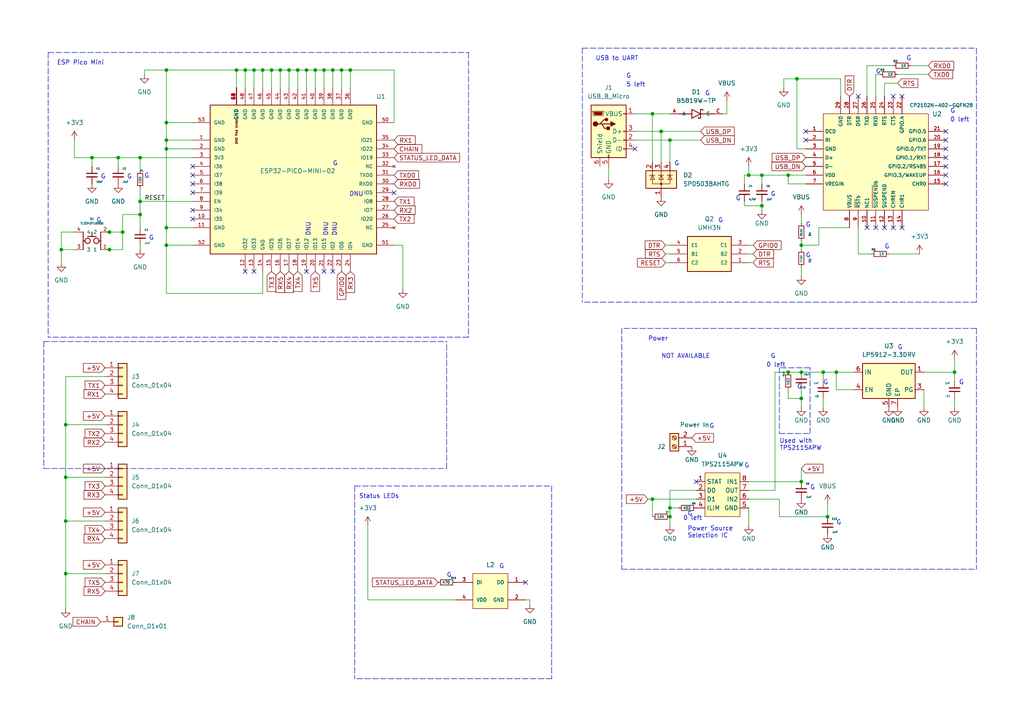
<source format=kicad_sch>
(kicad_sch (version 20231120) (generator "eeschema") (generator_version "8.0")
  (paper "A4")
  (title_block (title "Kill Switch - Remote") (date "2023-04-12") (rev "1.1") (company "Created by: Greg Hulette") (comment 1 "- LoRa to WiFi Bridge") (comment 2 "- Buttons for Master Relay"))
  (junction (at 220.98 59.69))
  (junction (at 76.2 20.32))
  (junction (at 232.41 139.7))
  (junction (at 88.9 20.32))
  (junction (at 232.41 115.57))
  (junction (at 240.03 149.86))
  (junction (at 48.26 20.32))
  (junction (at 99.06 20.32))
  (junction (at 19.05 151.13))
  (junction (at 228.6 107.95))
  (junction (at 232.41 71.12))
  (junction (at 228.6 50.8))
  (junction (at 48.26 43.18))
  (junction (at 34.29 45.72))
  (junction (at 93.98 20.32))
  (junction (at 17.78 72.39))
  (junction (at 194.31 149.86))
  (junction (at 83.82 20.32))
  (junction (at 48.26 71.12))
  (junction (at 19.05 123.19))
  (junction (at 48.26 40.64))
  (junction (at 68.58 20.32))
  (junction (at 231.14 22.86))
  (junction (at 189.23 33.02))
  (junction (at 71.12 20.32))
  (junction (at 101.6 20.32))
  (junction (at 78.74 20.32))
  (junction (at 48.26 66.04))
  (junction (at 40.64 45.72))
  (junction (at 35.56 67.31))
  (junction (at 40.64 58.42))
  (junction (at 194.31 40.64))
  (junction (at 86.36 20.32))
  (junction (at 217.17 50.8))
  (junction (at 238.76 107.95))
  (junction (at 40.64 62.23))
  (junction (at 73.66 20.32))
  (junction (at 220.98 50.8))
  (junction (at 242.57 107.95))
  (junction (at 91.44 20.32))
  (junction (at 191.77 38.1))
  (junction (at 276.86 107.95))
  (junction (at 189.23 144.78))
  (junction (at 81.28 20.32))
  (junction (at 31.75 72.39))
  (junction (at 26.67 45.72))
  (junction (at 19.05 166.37))
  (junction (at 48.26 35.56))
  (junction (at 31.75 67.31))
  (junction (at 194.31 147.32))
  (junction (at 232.41 107.95))
  (junction (at 19.05 138.43))
  (junction (at 96.52 20.32))
  (no_connect (at 93.98 78.74))
  (no_connect (at 259.08 27.94))
  (no_connect (at 152.4 168.91))
  (no_connect (at 201.93 139.7))
  (no_connect (at 55.88 55.88))
  (no_connect (at 55.88 60.96))
  (no_connect (at 55.88 48.26))
  (no_connect (at 55.88 50.8))
  (no_connect (at 55.88 53.34))
  (no_connect (at 71.12 78.74))
  (no_connect (at 55.88 63.5))
  (no_connect (at 114.3 55.88))
  (no_connect (at 73.66 78.74))
  (no_connect (at 96.52 78.74))
  (no_connect (at 248.92 27.94))
  (no_connect (at 233.68 38.1))
  (no_connect (at 233.68 40.64))
  (no_connect (at 261.62 27.94))
  (no_connect (at 256.54 66.04))
  (no_connect (at 254 66.04))
  (no_connect (at 251.46 66.04))
  (no_connect (at 274.32 53.34))
  (no_connect (at 274.32 38.1))
  (no_connect (at 274.32 40.64))
  (no_connect (at 274.32 43.18))
  (no_connect (at 274.32 45.72))
  (no_connect (at 274.32 48.26))
  (no_connect (at 274.32 50.8))
  (no_connect (at 261.62 66.04))
  (no_connect (at 259.08 66.04))
  (no_connect (at 184.15 43.18))
  (no_connect (at 88.9 78.74))
  (polyline (pts (xy 135.89 15.24) (xy 135.89 97.79)) (stroke (width 0) (type dash)))
  (polyline (pts (xy 102.87 140.97) (xy 160.02 140.97)) (stroke (width 0) (type dash)))
  (polyline (pts (xy 226.06 106.68) (xy 226.06 125.73)) (stroke (width 0) (type dash)))
  (wire (pts (xy 193.04 76.2) (xy 194.31 76.2)))
  (wire (pts (xy 228.6 115.57) (xy 232.41 115.57)))
  (wire (pts (xy 238.76 107.95) (xy 242.57 107.95)))
  (wire (pts (xy 40.64 45.72) (xy 34.29 45.72)))
  (wire (pts (xy 55.88 71.12) (xy 48.26 71.12)))
  (wire (pts (xy 215.9 58.42) (xy 215.9 59.69)))
  (wire (pts (xy 189.23 144.78) (xy 201.93 144.78)))
  (wire (pts (xy 254 27.94) (xy 254 21.59)))
  (wire (pts (xy 232.41 135.89) (xy 232.41 139.7)))
  (wire (pts (xy 256.54 27.94) (xy 256.54 24.13)))
  (wire (pts (xy 224.79 107.95) (xy 228.6 107.95)))
  (wire (pts (xy 217.17 152.4) (xy 217.17 147.32)))
  (wire (pts (xy 48.26 66.04) (xy 55.88 66.04)))
  (wire (pts (xy 71.12 20.32) (xy 71.12 25.4)))
  (polyline (pts (xy 12.7 99.06) (xy 129.54 99.06)) (stroke (width 0) (type dash)))
  (polyline (pts (xy 168.91 13.97) (xy 283.21 13.97)) (stroke (width 0) (type dash)))
  (wire (pts (xy 220.98 53.34) (xy 220.98 50.8)))
  (wire (pts (xy 93.98 20.32) (xy 96.52 20.32)))
  (wire (pts (xy 17.78 67.31) (xy 17.78 72.39)))
  (wire (pts (xy 218.44 73.66) (xy 217.17 73.66)))
  (wire (pts (xy 40.64 58.42) (xy 40.64 62.23)))
  (wire (pts (xy 232.41 77.47) (xy 232.41 80.01)))
  (wire (pts (xy 237.49 66.04) (xy 237.49 71.12)))
  (wire (pts (xy 209.55 33.02) (xy 210.82 33.02)))
  (wire (pts (xy 48.26 71.12) (xy 48.26 66.04)))
  (wire (pts (xy 48.26 43.18) (xy 48.26 40.64)))
  (wire (pts (xy 86.36 20.32) (xy 86.36 25.4)))
  (wire (pts (xy 48.26 20.32) (xy 48.26 35.56)))
  (wire (pts (xy 240.03 146.05) (xy 240.03 149.86)))
  (wire (pts (xy 194.31 147.32) (xy 194.31 149.86)))
  (wire (pts (xy 194.31 73.66) (xy 193.04 73.66)))
  (wire (pts (xy 189.23 33.02) (xy 189.23 46.99)))
  (polyline (pts (xy 283.21 95.25) (xy 283.21 165.1)) (stroke (width 0) (type dash)))
  (wire (pts (xy 91.44 20.32) (xy 91.44 25.4)))
  (polyline (pts (xy 12.7 135.89) (xy 129.54 135.89)) (stroke (width 0) (type dash)))
  (wire (pts (xy 88.9 20.32) (xy 91.44 20.32)))
  (wire (pts (xy 40.64 45.72) (xy 40.64 49.53)))
  (polyline (pts (xy 283.21 87.63) (xy 168.91 87.63)) (stroke (width 0) (type dash)))
  (wire (pts (xy 19.05 151.13) (xy 19.05 166.37)))
  (wire (pts (xy 217.17 142.24) (xy 224.79 142.24)))
  (wire (pts (xy 48.26 40.64) (xy 55.88 40.64)))
  (wire (pts (xy 35.56 62.23) (xy 35.56 67.31)))
  (polyline (pts (xy 135.89 97.79) (xy 13.97 97.79)) (stroke (width 0) (type dash)))
  (wire (pts (xy 228.6 50.8) (xy 220.98 50.8)))
  (wire (pts (xy 21.59 40.64) (xy 21.59 45.72)))
  (wire (pts (xy 201.93 142.24) (xy 194.31 142.24)))
  (wire (pts (xy 215.9 59.69) (xy 220.98 59.69)))
  (wire (pts (xy 30.48 138.43) (xy 19.05 138.43)))
  (wire (pts (xy 30.48 72.39) (xy 31.75 72.39)))
  (wire (pts (xy 19.05 138.43) (xy 19.05 151.13)))
  (wire (pts (xy 276.86 118.11) (xy 276.86 115.57)))
  (polyline (pts (xy 180.34 95.25) (xy 180.34 165.1)) (stroke (width 0) (type dash)))
  (wire (pts (xy 264.16 19.05) (xy 269.24 19.05)))
  (wire (pts (xy 220.98 58.42) (xy 220.98 59.69)))
  (wire (pts (xy 232.41 71.12) (xy 232.41 72.39)))
  (wire (pts (xy 55.88 45.72) (xy 40.64 45.72)))
  (wire (pts (xy 86.36 20.32) (xy 88.9 20.32)))
  (wire (pts (xy 26.67 45.72) (xy 21.59 45.72)))
  (wire (pts (xy 17.78 72.39) (xy 21.59 72.39)))
  (wire (pts (xy 73.66 20.32) (xy 76.2 20.32)))
  (wire (pts (xy 153.67 173.99) (xy 152.4 173.99)))
  (polyline (pts (xy 168.91 13.97) (xy 168.91 87.63)) (stroke (width 0) (type dash)))
  (wire (pts (xy 83.82 20.32) (xy 86.36 20.32)))
  (wire (pts (xy 48.26 20.32) (xy 68.58 20.32)))
  (wire (pts (xy 176.53 48.26) (xy 176.53 52.07)))
  (wire (pts (xy 71.12 20.32) (xy 73.66 20.32)))
  (wire (pts (xy 40.64 71.12) (xy 40.64 72.39)))
  (wire (pts (xy 233.68 50.8) (xy 228.6 50.8)))
  (wire (pts (xy 30.48 151.13) (xy 19.05 151.13)))
  (wire (pts (xy 247.65 113.03) (xy 242.57 113.03)))
  (wire (pts (xy 220.98 59.69) (xy 220.98 60.96)))
  (wire (pts (xy 184.15 40.64) (xy 194.31 40.64)))
  (wire (pts (xy 227.33 22.86) (xy 227.33 25.4)))
  (wire (pts (xy 40.64 54.61) (xy 40.64 58.42)))
  (wire (pts (xy 81.28 20.32) (xy 83.82 20.32)))
  (wire (pts (xy 238.76 110.49) (xy 238.76 107.95)))
  (wire (pts (xy 194.31 147.32) (xy 196.85 147.32)))
  (wire (pts (xy 19.05 123.19) (xy 19.05 138.43)))
  (wire (pts (xy 237.49 71.12) (xy 232.41 71.12)))
  (wire (pts (xy 267.97 107.95) (xy 276.86 107.95)))
  (wire (pts (xy 101.6 25.4) (xy 101.6 20.32)))
  (wire (pts (xy 76.2 78.74) (xy 76.2 85.09)))
  (wire (pts (xy 194.31 40.64) (xy 194.31 46.99)))
  (wire (pts (xy 17.78 72.39) (xy 17.78 76.2)))
  (wire (pts (xy 210.82 29.21) (xy 210.82 33.02)))
  (wire (pts (xy 76.2 25.4) (xy 76.2 20.32)))
  (wire (pts (xy 30.48 123.19) (xy 19.05 123.19)))
  (wire (pts (xy 26.67 45.72) (xy 26.67 48.26)))
  (wire (pts (xy 217.17 76.2) (xy 218.44 76.2)))
  (wire (pts (xy 231.14 22.86) (xy 227.33 22.86)))
  (wire (pts (xy 96.52 20.32) (xy 96.52 25.4)))
  (wire (pts (xy 226.06 144.78) (xy 226.06 149.86)))
  (wire (pts (xy 106.68 173.99) (xy 132.08 173.99)))
  (wire (pts (xy 194.31 142.24) (xy 194.31 147.32)))
  (wire (pts (xy 30.48 166.37) (xy 19.05 166.37)))
  (wire (pts (xy 68.58 20.32) (xy 68.58 25.4)))
  (wire (pts (xy 232.41 107.95) (xy 238.76 107.95)))
  (wire (pts (xy 228.6 107.95) (xy 232.41 107.95)))
  (wire (pts (xy 41.91 20.32) (xy 48.26 20.32)))
  (polyline (pts (xy 226.06 125.73) (xy 234.95 125.73)) (stroke (width 0) (type dash)))
  (wire (pts (xy 242.57 107.95) (xy 247.65 107.95)))
  (wire (pts (xy 233.68 53.34) (xy 228.6 53.34)))
  (wire (pts (xy 224.79 107.95) (xy 224.79 142.24)))
  (wire (pts (xy 48.26 85.09) (xy 48.26 71.12)))
  (wire (pts (xy 276.86 104.14) (xy 276.86 107.95)))
  (wire (pts (xy 34.29 45.72) (xy 34.29 48.26)))
  (polyline (pts (xy 160.02 140.97) (xy 160.02 196.85)) (stroke (width 0) (type dash)))
  (wire (pts (xy 184.15 33.02) (xy 189.23 33.02)))
  (wire (pts (xy 232.41 139.7) (xy 217.17 139.7)))
  (wire (pts (xy 99.06 20.32) (xy 101.6 20.32)))
  (wire (pts (xy 114.3 20.32) (xy 101.6 20.32)))
  (wire (pts (xy 78.74 20.32) (xy 78.74 25.4)))
  (wire (pts (xy 35.56 62.23) (xy 40.64 62.23)))
  (polyline (pts (xy 102.87 140.97) (xy 102.87 196.85)) (stroke (width 0) (type dash)))
  (wire (pts (xy 96.52 20.32) (xy 99.06 20.32)))
  (wire (pts (xy 226.06 149.86) (xy 240.03 149.86)))
  (wire (pts (xy 116.84 71.12) (xy 116.84 83.82)))
  (wire (pts (xy 191.77 38.1) (xy 191.77 46.99)))
  (polyline (pts (xy 129.54 135.89) (xy 129.54 99.06)) (stroke (width 0) (type dash)))
  (wire (pts (xy 233.68 43.18) (xy 231.14 43.18)))
  (polyline (pts (xy 180.34 165.1) (xy 283.21 165.1)) (stroke (width 0) (type dash)))
  (wire (pts (xy 187.96 144.78) (xy 189.23 144.78)))
  (wire (pts (xy 153.67 175.26) (xy 153.67 173.99)))
  (wire (pts (xy 19.05 109.22) (xy 19.05 123.19)))
  (wire (pts (xy 81.28 20.32) (xy 81.28 25.4)))
  (wire (pts (xy 248.92 73.66) (xy 252.73 73.66)))
  (wire (pts (xy 35.56 67.31) (xy 35.56 72.39)))
  (wire (pts (xy 41.91 20.32) (xy 41.91 21.59)))
  (wire (pts (xy 251.46 27.94) (xy 251.46 19.05)))
  (wire (pts (xy 88.9 20.32) (xy 88.9 25.4)))
  (wire (pts (xy 232.41 62.23) (xy 232.41 64.77)))
  (wire (pts (xy 254 21.59) (xy 255.27 21.59)))
  (wire (pts (xy 232.41 113.03) (xy 232.41 115.57)))
  (wire (pts (xy 93.98 20.32) (xy 93.98 25.4)))
  (wire (pts (xy 31.75 67.31) (xy 35.56 67.31)))
  (wire (pts (xy 248.92 66.04) (xy 248.92 73.66)))
  (wire (pts (xy 217.17 48.26) (xy 217.17 50.8)))
  (wire (pts (xy 83.82 20.32) (xy 83.82 25.4)))
  (wire (pts (xy 40.64 58.42) (xy 55.88 58.42)))
  (wire (pts (xy 106.68 152.4) (xy 106.68 173.99)))
  (wire (pts (xy 30.48 67.31) (xy 31.75 67.31)))
  (wire (pts (xy 17.78 67.31) (xy 21.59 67.31)))
  (polyline (pts (xy 283.21 13.97) (xy 283.21 87.63)) (stroke (width 0) (type dash)))
  (wire (pts (xy 243.84 27.94) (xy 243.84 22.86)))
  (wire (pts (xy 232.41 69.85) (xy 232.41 71.12)))
  (wire (pts (xy 215.9 50.8) (xy 217.17 50.8)))
  (wire (pts (xy 48.26 43.18) (xy 55.88 43.18)))
  (polyline (pts (xy 12.7 99.06) (xy 12.7 135.89)) (stroke (width 0) (type dash)))
  (wire (pts (xy 91.44 20.32) (xy 93.98 20.32)))
  (wire (pts (xy 217.17 50.8) (xy 220.98 50.8)))
  (wire (pts (xy 73.66 20.32) (xy 73.66 25.4)))
  (wire (pts (xy 114.3 35.56) (xy 114.3 20.32)))
  (polyline (pts (xy 234.95 106.68) (xy 226.06 106.68)) (stroke (width 0) (type dash)))
  (wire (pts (xy 257.81 73.66) (xy 266.7 73.66)))
  (wire (pts (xy 232.41 115.57) (xy 232.41 118.11)))
  (wire (pts (xy 217.17 144.78) (xy 226.06 144.78)))
  (polyline (pts (xy 283.21 95.25) (xy 180.34 95.25)) (stroke (width 0) (type dash)))
  (wire (pts (xy 40.64 62.23) (xy 40.64 66.04)))
  (wire (pts (xy 55.88 35.56) (xy 48.26 35.56)))
  (wire (pts (xy 189.23 33.02) (xy 194.31 33.02)))
  (wire (pts (xy 184.15 38.1) (xy 191.77 38.1)))
  (wire (pts (xy 30.48 109.22) (xy 19.05 109.22)))
  (wire (pts (xy 78.74 20.32) (xy 81.28 20.32)))
  (wire (pts (xy 48.26 35.56) (xy 48.26 40.64)))
  (wire (pts (xy 189.23 144.78) (xy 189.23 149.86)))
  (polyline (pts (xy 160.02 196.85) (xy 102.87 196.85)) (stroke (width 0) (type dash)))
  (wire (pts (xy 215.9 53.34) (xy 215.9 50.8)))
  (wire (pts (xy 34.29 45.72) (xy 26.67 45.72)))
  (wire (pts (xy 260.35 21.59) (xy 269.24 21.59)))
  (wire (pts (xy 191.77 38.1) (xy 203.2 38.1)))
  (wire (pts (xy 48.26 66.04) (xy 48.26 43.18)))
  (wire (pts (xy 231.14 43.18) (xy 231.14 22.86)))
  (polyline (pts (xy 234.95 125.73) (xy 234.95 106.68)) (stroke (width 0) (type dash)))
  (wire (pts (xy 76.2 20.32) (xy 78.74 20.32)))
  (wire (pts (xy 76.2 85.09) (xy 48.26 85.09)))
  (wire (pts (xy 276.86 110.49) (xy 276.86 107.95)))
  (wire (pts (xy 256.54 24.13) (xy 260.35 24.13)))
  (wire (pts (xy 217.17 71.12) (xy 218.44 71.12)))
  (wire (pts (xy 242.57 113.03) (xy 242.57 107.95)))
  (wire (pts (xy 193.04 71.12) (xy 194.31 71.12)))
  (wire (pts (xy 194.31 149.86) (xy 194.31 152.4)))
  (polyline (pts (xy 13.97 15.24) (xy 135.89 15.24)) (stroke (width 0) (type dash)))
  (wire (pts (xy 228.6 53.34) (xy 228.6 50.8)))
  (wire (pts (xy 237.49 66.04) (xy 246.38 66.04)))
  (wire (pts (xy 238.76 115.57) (xy 238.76 118.11)))
  (wire (pts (xy 31.75 72.39) (xy 35.56 72.39)))
  (wire (pts (xy 251.46 19.05) (xy 259.08 19.05)))
  (wire (pts (xy 68.58 20.32) (xy 71.12 20.32)))
  (wire (pts (xy 243.84 22.86) (xy 231.14 22.86)))
  (wire (pts (xy 194.31 40.64) (xy 203.2 40.64)))
  (wire (pts (xy 267.97 118.11) (xy 267.97 113.03)))
  (wire (pts (xy 99.06 20.32) (xy 99.06 25.4)))
  (wire (pts (xy 114.3 71.12) (xy 116.84 71.12)))
  (wire (pts (xy 19.05 166.37) (xy 19.05 176.53)))
  (polyline (pts (xy 13.97 15.24) (xy 13.97 97.79)) (stroke (width 0) (type dash)))
  (wire (pts (xy 228.6 113.03) (xy 228.6 115.57)))
  (text "G" (at 215.9 135.89 0) (effects (font (size 1.27 1.27)) (justify left bottom)))
  (text "G" (at 254 21.59 0) (effects (font (size 1.27 1.27)) (justify left bottom)))
  (text "0 left" (at 275.59 35.56 0) (effects (font (size 1.27 1.27)) (justify left bottom)))
  (text "Power" (at 187.96 99.06 0) (effects (font (size 1.27 1.27)) (justify left bottom)))
  (text "G" (at 96.52 48.26 0) (effects (font (size 1.27 1.27)) (justify left bottom)))
  (text "G" (at 43.18 69.85 0) (effects (font (size 1.27 1.27)) (justify left bottom)))
  (text "DNU" (at 90.17 68.58 90) (effects (font (size 1.27 1.27)) (justify left bottom)))
  (text "G" (at 41.8215 51.8785 0) (effects (font (size 1.27 1.27)) (justify left bottom)))
  (text "G" (at 205.74 124.46 0) (effects (font (size 1.27 1.27)) (justify left bottom)))
  (text "G" (at 233.68 66.04 0) (effects (font (size 1.27 1.27)) (justify left bottom)))
  (text "DNU" (at 97.79 68.58 90) (effects (font (size 1.27 1.27)) (justify left bottom)))
  (text "G" (at 36.83 52.07 0) (effects (font (size 1.27 1.27)) (justify left bottom)))
  (text "G" (at 223.52 57.15 0) (effects (font (size 1.27 1.27)) (justify left bottom)))
  (text "G" (at 223.52 104.14 0) (effects (font (size 1.27 1.27)) (justify left bottom)))
  (text "G" (at 199.39 149.86 0) (effects (font (size 1.27 1.27)) (justify left bottom)))
  (text "G" (at 242.57 152.4 0) (effects (font (size 1.27 1.27)) (justify left bottom)))
  (text "G" (at 256.54 72.39 0) (effects (font (size 1.27 1.27)) (justify left bottom)))
  (text "ESP Pico Mini" (at 16.51 19.05 0) (effects (font (size 1.27 1.27)) (justify left bottom)))
  (text "G" (at 231.14 113.03 0) (effects (font (size 1.27 1.27)) (justify left bottom)))
  (text "G" (at 208.28 64.77 0) (effects (font (size 1.27 1.27)) (justify left bottom)))
  (text "G" (at 234.95 142.24 0) (effects (font (size 1.27 1.27)) (justify left bottom)))
  (text "NOT AVAILABLE" (at 191.77 104.14 0) (effects (font (size 1.27 1.27)) (justify left bottom)))
  (text "G" (at 262.89 17.78 0) (effects (font (size 1.27 1.27)) (justify left bottom)))
  (text "G" (at 27.94 64.77 0) (effects (font (size 1.27 1.27)) (justify left bottom)))
  (text "G" (at 181.61 22.86 0) (effects (font (size 1.27 1.27)) (justify left bottom)))
  (text "G" (at 204.47 27.94 0) (effects (font (size 1.27 1.27)) (justify left bottom)))
  (text "G" (at 213.36 58.42 0) (effects (font (size 1.27 1.27)) (justify left bottom)))
  (text "0 left" (at 198.12 151.13 0) (effects (font (size 1.27 1.27)) (justify left bottom)))
  (text "5 left" (at 181.61 25.4 0) (effects (font (size 1.27 1.27)) (justify left bottom)))
  (text "G" (at 233.68 74.93 0) (effects (font (size 1.27 1.27)) (justify left bottom)))
  (text "G" (at 29.21 52.07 0) (effects (font (size 1.27 1.27)) (justify left bottom)))
  (text "G" (at 144.78 165.1 0) (effects (font (size 1.27 1.27)) (justify left bottom)))
  (text "G" (at 238.76 111.76 0) (effects (font (size 1.27 1.27)) (justify left bottom)))
  (text "Power Source \nSelection IC" (at 199.39 156.21 0) (effects (font (size 1.27 1.27)) (justify left bottom)))
  (text "DNU" (at 95.25 68.58 90) (effects (font (size 1.27 1.27)) (justify left bottom)))
  (text "Status LEDs" (at 104.14 144.78 0) (effects (font (size 1.27 1.27)) (justify left bottom)))
  (text "Used with \nTPS2115APW" (at 226.06 130.81 0) (effects (font (size 1.27 1.27)) (justify left bottom)))
  (text "G" (at 129.54 167.64 0) (effects (font (size 1.27 1.27)) (justify left bottom)))
  (text "G" (at 195.58 48.26 0) (effects (font (size 1.27 1.27)) (justify left bottom)))
  (text "USB to UART" (at 172.72 17.78 0) (effects (font (size 1.27 1.27)) (justify left bottom)))
  (text "G" (at 278.13 111.76 0) (effects (font (size 1.27 1.27)) (justify left bottom)))
  (text "0 left" (at 222.25 106.68 0) (effects (font (size 1.27 1.27)) (justify left bottom)))
  (text "DNU" (at 105.41 57.15 0) (effects (font (size 1.27 1.27)) (justify right bottom)))
  (text "G" (at 260.35 101.6 0) (effects (font (size 1.27 1.27)) (justify left bottom)))
  (text "G" (at 275.59 33.02 0) (effects (font (size 1.27 1.27)) (justify left bottom)))
  (label "RESET" (at 41.91 58.42 0))
  (global_label "+5V" (shape input) (at 187.96 144.78 180) (property "Intersheetrefs" "${INTERSHEET_REFS}" (effects (hide yes))))
  (global_label "RX5" (shape input) (at 30.48 171.45 180) (property "Intersheetrefs" "${INTERSHEET_REFS}" (effects (hide yes))))
  (global_label "TXD0" (shape input) (at 114.3 50.8 0) (property "Intersheetrefs" "${INTERSHEET_REFS}" (effects (hide yes))))
  (global_label "TXD0" (shape input) (at 269.24 21.59 0) (property "Intersheetrefs" "${INTERSHEET_REFS}" (effects (hide yes))))
  (global_label "TX2" (shape input) (at 114.3 63.5 0) (property "Intersheetrefs" "${INTERSHEET_REFS}" (effects (hide yes))))
  (global_label "+5V" (shape input) (at 232.41 135.89 0) (property "Intersheetrefs" "${INTERSHEET_REFS}" (effects (hide yes))))
  (global_label "GPIO0" (shape input) (at 218.44 71.12 0) (property "Intersheetrefs" "${INTERSHEET_REFS}" (effects (hide yes))))
  (global_label "GPIO0" (shape input) (at 99.06 78.74 270) (property "Intersheetrefs" "${INTERSHEET_REFS}" (effects (hide yes))))
  (global_label "TX1" (shape input) (at 30.48 111.76 180) (property "Intersheetrefs" "${INTERSHEET_REFS}" (effects (hide yes))))
  (global_label "RX1" (shape input) (at 30.48 114.3 180) (property "Intersheetrefs" "${INTERSHEET_REFS}" (effects (hide yes))))
  (global_label "TX2" (shape input) (at 30.48 125.73 180) (property "Intersheetrefs" "${INTERSHEET_REFS}" (effects (hide yes))))
  (global_label "RX4" (shape input) (at 30.48 156.21 180) (property "Intersheetrefs" "${INTERSHEET_REFS}" (effects (hide yes))))
  (global_label "+5V" (shape input) (at 30.48 120.65 180) (property "Intersheetrefs" "${INTERSHEET_REFS}" (effects (hide yes))))
  (global_label "+5V" (shape input) (at 30.48 135.89 180) (property "Intersheetrefs" "${INTERSHEET_REFS}" (effects (hide yes))))
  (global_label "RTS" (shape input) (at 218.44 76.2 0) (property "Intersheetrefs" "${INTERSHEET_REFS}" (effects (hide yes))))
  (global_label "DTR" (shape input) (at 193.04 71.12 180) (property "Intersheetrefs" "${INTERSHEET_REFS}" (effects (hide yes))))
  (global_label "USB_DP" (shape input) (at 203.2 38.1 0) (property "Intersheetrefs" "${INTERSHEET_REFS}" (effects (hide yes))))
  (global_label "TX1" (shape input) (at 114.3 58.42 0) (property "Intersheetrefs" "${INTERSHEET_REFS}" (effects (hide yes))))
  (global_label "USB_DN" (shape input) (at 233.68 48.26 180) (property "Intersheetrefs" "${INTERSHEET_REFS}" (effects (hide yes))))
  (global_label "USB_DN" (shape input) (at 203.2 40.64 0) (property "Intersheetrefs" "${INTERSHEET_REFS}" (effects (hide yes))))
  (global_label "STATUS_LED_DATA" (shape input) (at 127 168.91 180) (property "Intersheetrefs" "${INTERSHEET_REFS}" (effects (hide yes))))
  (global_label "RX3" (shape input) (at 30.48 143.51 180) (property "Intersheetrefs" "${INTERSHEET_REFS}" (effects (hide yes))))
  (global_label "TX3" (shape input) (at 30.48 140.97 180) (property "Intersheetrefs" "${INTERSHEET_REFS}" (effects (hide yes))))
  (global_label "RTS" (shape input) (at 193.04 73.66 180) (property "Intersheetrefs" "${INTERSHEET_REFS}" (effects (hide yes))))
  (global_label "RXD0" (shape input) (at 114.3 53.34 0) (property "Intersheetrefs" "${INTERSHEET_REFS}" (effects (hide yes))))
  (global_label "CHAIN" (shape input) (at 29.21 180.34 180) (property "Intersheetrefs" "${INTERSHEET_REFS}" (effects (hide yes))))
  (global_label "DTR" (shape input) (at 218.44 73.66 0) (property "Intersheetrefs" "${INTERSHEET_REFS}" (effects (hide yes))))
  (global_label "+5V" (shape input) (at 30.48 106.68 180) (property "Intersheetrefs" "${INTERSHEET_REFS}" (effects (hide yes))))
  (global_label "TX4" (shape input) (at 86.36 78.74 270) (property "Intersheetrefs" "${INTERSHEET_REFS}" (effects (hide yes))))
  (global_label "STATUS_LED_DATA" (shape input) (at 114.3 45.72 0) (property "Intersheetrefs" "${INTERSHEET_REFS}" (effects (hide yes))))
  (global_label "RESET" (shape input) (at 193.04 76.2 180) (property "Intersheetrefs" "${INTERSHEET_REFS}" (effects (hide yes))))
  (global_label "RXD0" (shape input) (at 269.24 19.05 0) (property "Intersheetrefs" "${INTERSHEET_REFS}" (effects (hide yes))))
  (global_label "RTS" (shape input) (at 260.35 24.13 0) (property "Intersheetrefs" "${INTERSHEET_REFS}" (effects (hide yes))))
  (global_label "+5V" (shape input) (at 30.48 148.59 180) (property "Intersheetrefs" "${INTERSHEET_REFS}" (effects (hide yes))))
  (global_label "TX3" (shape input) (at 78.74 78.74 270) (property "Intersheetrefs" "${INTERSHEET_REFS}" (effects (hide yes))))
  (global_label "RX3" (shape input) (at 101.6 78.74 270) (property "Intersheetrefs" "${INTERSHEET_REFS}" (effects (hide yes))))
  (global_label "RX2" (shape input) (at 30.48 128.27 180) (property "Intersheetrefs" "${INTERSHEET_REFS}" (effects (hide yes))))
  (global_label "DTR" (shape input) (at 246.38 27.94 90) (property "Intersheetrefs" "${INTERSHEET_REFS}" (effects (hide yes))))
  (global_label "CHAIN" (shape input) (at 114.3 43.18 0) (property "Intersheetrefs" "${INTERSHEET_REFS}" (effects (hide yes))))
  (global_label "TX4" (shape input) (at 30.48 153.67 180) (property "Intersheetrefs" "${INTERSHEET_REFS}" (effects (hide yes))))
  (global_label "USB_DP" (shape input) (at 233.68 45.72 180) (property "Intersheetrefs" "${INTERSHEET_REFS}" (effects (hide yes))))
  (global_label "RX1" (shape input) (at 114.3 40.64 0) (property "Intersheetrefs" "${INTERSHEET_REFS}" (effects (hide yes))))
  (global_label "+5V" (shape input) (at 200.66 127 0) (property "Intersheetrefs" "${INTERSHEET_REFS}" (effects (hide yes))))
  (global_label "+5V" (shape input) (at 30.48 163.83 180) (property "Intersheetrefs" "${INTERSHEET_REFS}" (effects (hide yes))))
  (global_label "TX5" (shape input) (at 30.48 168.91 180) (property "Intersheetrefs" "${INTERSHEET_REFS}" (effects (hide yes))))
  (global_label "RX5" (shape input) (at 81.28 78.74 270) (property "Intersheetrefs" "${INTERSHEET_REFS}" (effects (hide yes))))
  (global_label "RX4" (shape input) (at 83.82 78.74 270) (property "Intersheetrefs" "${INTERSHEET_REFS}" (effects (hide yes))))
  (global_label "RX2" (shape input) (at 114.3 60.96 0) (property "Intersheetrefs" "${INTERSHEET_REFS}" (effects (hide yes))))
  (global_label "TX5" (shape input) (at 91.44 78.74 270) (property "Intersheetrefs" "${INTERSHEET_REFS}" (effects (hide yes))))
  (symbol (lib_id "power:GND") (at 41.91 21.59 0) (unit 1)
    (property "Reference" "#PWR0136" (effects (hide yes)))
    (property "Value" "GND" (at 41.91 26.67 0))
  )
  (symbol (lib_id "power:GND") (at 217.17 152.4 0) (unit 1)
    (property "Reference" "#PWR0110" (effects (hide yes)))
    (property "Value" "GND" (at 217.17 156.21 0))
  )
  (symbol (lib_id "power:GND") (at 227.33 25.4 0) (unit 1)
    (property "Reference" "#PWR0108" (effects (hide yes)))
    (property "Value" "GND" (at 227.33 30.48 0))
  )
  (symbol (lib_id "Device:C_Small") (at 40.64 68.58 0) (unit 1)
    (property "Reference" "C3" (at 41.91 66.6813 0) (effects (font (size 0.5 0.5)) (justify left)))
    (property "Value" ".1uF" (at 41.91 70.4913 0) (effects (font (size 0.5 0.5)) (justify left)))
    (property "Footprint" "Capacitor_SMD:C_0402_1005Metric" (effects (hide yes)))
    (property "Datasheet" "https://www.we-online.com/katalog/datasheet/885012206020.pdf" (effects (hide yes)))
    (property "Manufacturers Name" " Samsung Electro-Mechanics" (effects (hide yes)))
    (property "Manufacturers Part Number" "CL05B104KB54PNC" (effects (hide yes)))
    (property "LCSC" "C307331" (effects (hide yes)))
  )
  (symbol (lib_id "Connector_Generic:Conn_01x04") (at 35.56 123.19 0) (unit 1)
    (property "Reference" "J4" (at 38.1 123.1899 0) (effects (justify left)))
    (property "Value" "Conn_01x04" (at 38.1 125.7299 0) (effects (justify left)))
    (property "Footprint" "Connector_PinHeader_2.54mm:PinHeader_1x04_P2.54mm_Vertical" (effects (hide yes)))
    (property "LCSC" "C2691448" (effects (hide yes)))
    (property "Manufacturer" "XFCN" (effects (hide yes)))
    (property "Manufacturer's Part Number" "PZ254V-11-04P" (effects (hide yes)))
  )
  (symbol (lib_id "power:GND") (at 220.98 60.96 0) (unit 1)
    (property "Reference" "#PWR0105" (effects (hide yes)))
    (property "Value" "GND" (at 220.98 64.77 0))
  )
  (symbol (lib_id "Device:C_Small") (at 220.98 55.88 0) (unit 1)
    (property "Reference" "C5" (at 222.25 53.9813 0) (effects (font (size 0.5 0.5)) (justify left)))
    (property "Value" ".1uF" (at 222.25 57.7913 0) (effects (font (size 0.5 0.5)) (justify left)))
    (property "Footprint" "Capacitor_SMD:C_0402_1005Metric" (effects (hide yes)))
    (property "Datasheet" "https://www.we-online.com/katalog/datasheet/885012206020.pdf" (effects (hide yes)))
    (property "Manufacturers Name" "Samsung Electro-Mechanics" (effects (hide yes)))
    (property "Manufacturers Part Number" "CL05B104KB54PNC" (effects (hide yes)))
    (property "LCSC" "C307331" (effects (hide yes)))
  )
  (symbol (lib_id "Regulator_Linear:LP5912-3.3DRV") (at 257.81 110.49 0) (unit 1)
    (property "Reference" "U3" (at 257.81 100.33 0))
    (property "Value" "LP5912-3.3DRV" (at 257.81 102.87 0))
    (property "Footprint" "Package_SON:WSON-6-1EP_2x2mm_P0.65mm_EP1x1.6mm_ThermalVias" (effects (hide yes)))
    (property "Datasheet" "http://www.ti.com/lit/ds/symlink/lp5912.pdf" (effects (hide yes)))
    (property "Manufacturers Name" "Texas Instruments" (effects (hide yes)))
    (property "Manufacturers Part Number" "LP5912Q3.3DRVTQ1" (effects (hide yes)))
    (property "LCSC" "C2876187" (effects (hide yes)))
  )
  (symbol (lib_id "Device:R_Small") (at 129.54 168.91 270) (unit 1)
    (property "Reference" "R16" (at 130.8101 167.64 90) (effects (font (size 0.5 0.5)) (justify left)))
    (property "Value" "470" (at 128.2701 168.91 90) (effects (font (size 0.75 0.75)) (justify left)))
    (property "Footprint" "Resistor_SMD:R_0402_1005Metric" (effects (hide yes)))
    (property "Datasheet" "https://www.yageo.com/upload/media/product/productsearch/datasheet/rchip/PYu-RC_Group_51_RoHS_L_12.pdf" (effects (hide yes)))
    (property "Manufacturers Name" "YAGEO" (effects (hide yes)))
    (property "Manufacturers Part Number" "RT0402BRD07470RL" (effects (hide yes)))
    (property "LCSC" "C114949" (effects (hide yes)))
  )
  (symbol (lib_id "Device:C_Small") (at 240.03 152.4 0) (unit 1)
    (property "Reference" "C12" (at 241.3 150.5013 0) (effects (font (size 0.5 0.5)) (justify left)))
    (property "Value" ".1uF" (at 241.3 154.3113 0) (effects (font (size 0.5 0.5)) (justify left)))
    (property "Footprint" "Capacitor_SMD:C_0402_1005Metric" (effects (hide yes)))
    (property "Datasheet" "https://www.we-online.com/katalog/datasheet/885012206020.pdf" (effects (hide yes)))
    (property "Manufacturers Name" "Samsung Electro-Mechanics" (effects (hide yes)))
    (property "Manufacturers Part Number" "CL05B104KB54PNC" (effects (hide yes)))
    (property "LCSC" "C307331" (effects (hide yes)))
  )
  (symbol (lib_id "power:+3.3V") (at 106.68 152.4 0) (unit 1)
    (property "Reference" "#PWR0130" (effects (hide yes)))
    (property "Value" "+3V3" (at 106.68 147.32 0))
  )
  (symbol (lib_id "power:GND") (at 257.81 118.11 0) (unit 1)
    (property "Reference" "#PWR0121" (effects (hide yes)))
    (property "Value" "GND" (at 257.81 121.92 0))
  )
  (symbol (lib_id "power:GND") (at 153.67 175.26 0) (unit 1)
    (property "Reference" "#PWR0128" (effects (hide yes)))
    (property "Value" "GND" (at 153.67 180.34 0))
  )
  (symbol (lib_id "power:GND") (at 191.77 57.15 0) (unit 1)
    (property "Reference" "#PWR0103" (effects (hide yes)))
    (property "Value" "GND" (at 191.77 62.23 0))
  )
  (symbol (lib_id "Connector_Generic:Conn_01x01") (at 34.29 180.34 0) (unit 1)
    (property "Reference" "J8" (at 36.83 179.0699 0) (effects (justify left)))
    (property "Value" "Conn_01x01" (at 36.83 181.6099 0) (effects (justify left)))
    (property "Footprint" "Connector_PinHeader_2.54mm:PinHeader_1x01_P2.54mm_Vertical" (effects (hide yes)))
    (property "LCSC" "C81276" (effects (hide yes)))
  )
  (symbol (lib_id "Custom:CP2102N-A02-GQFN28") (at 254 45.72 0) (unit 1)
    (property "Reference" "U2" (at 271.78 33.0706 0))
    (property "Value" "CP2102N-A02-GQFN28" (at 273.05 30.5307 0) (effects (font (size 1.016 1.016))))
    (property "Footprint" "Package_DFN_QFN:QFN-28-1EP_5x5mm_P0.5mm_EP3.35x3.35mm" (effects (hide yes)))
    (property "Manufacturers Name" "Silicon Labs" (effects (hide yes)))
    (property "Manufacturers Part Number" "CP2102N-A02-GQFN28" (effects (hide yes)))
    (property "Digikey Part Number" "336-5889-ND" (effects (hide yes)))
    (property "Mouser Part Number" "634-CP2102NA02GQFN28 " (effects (hide yes)))
    (property "LCSC" "C964632" (effects (hide yes)))
  )
  (symbol (lib_id "Device:R_Small") (at 232.41 74.93 0) (unit 1)
    (property "Reference" "R5" (at 234.95 76.1999 90) (effects (font (size 0.6 0.6)) (justify left)))
    (property "Value" "47.5K" (at 232.41 76.1999 90) (effects (font (size 0.5 0.5)) (justify left)))
    (property "Footprint" "Resistor_SMD:R_0402_1005Metric" (effects (hide yes)))
    (property "Datasheet" "https://www.yageo.com/upload/media/product/productsearch/datasheet/rchip/PYu-RC_Group_51_RoHS_L_12.pdf" (effects (hide yes)))
    (property "Manufacturers Name" "YAGEO" (effects (hide yes)))
    (property "Manufacturers Part Number" "RC0402FR-0747K5L" (effects (hide yes)))
    (property "Digikey Part Number" "311-47.5KLRCT-ND" (effects (hide yes)))
    (property "Mouser Part Number" "603-RC0402FR-0747K5L " (effects (hide yes)))
    (property "LCSC" "C319605" (effects (hide yes)))
  )
  (symbol (lib_id "power:VBUS") (at 240.03 146.05 0) (unit 1)
    (property "Reference" "#PWR0118" (effects (hide yes)))
    (property "Value" "VBUS" (at 240.03 140.97 0))
  )
  (symbol (lib_id "Power_Protection:SP0503BAHT") (at 191.77 52.07 0) (unit 1)
    (property "Reference" "D2" (at 198.12 50.7999 0) (effects (justify left)))
    (property "Value" "SP0503BAHTG" (at 198.12 53.3399 0) (effects (justify left)))
    (property "Footprint" "Package_TO_SOT_SMD:SOT-143" (effects (hide yes)))
    (property "Datasheet" "http://www.littelfuse.com/~/media/files/littelfuse/technical%20resources/documents/data%20sheets/sp05xxba.pdf" (effects (hide yes)))
    (property "Manufacturers Name" "Littelfuse Inc." (effects (hide yes)))
    (property "Manufacturers Part Number" "SP0503BAHTG" (effects (hide yes)))
    (property "Digikey Part Number" "F2715CT-ND" (effects (hide yes)))
    (property "Mouser Part Number" "576-SP0503BAHTG " (effects (hide yes)))
    (property "LCSC" "C7074" (effects (hide yes)))
  )
  (symbol (lib_id "Custom:TPS2115APW") (at 209.55 142.24 0) (unit 1)
    (property "Reference" "U4" (at 209.55 132.08 0))
    (property "Value" "TPS2115APW" (at 209.55 134.62 0))
    (property "Footprint" "Package_SO:TSSOP-8_4.4x3mm_P0.65mm" (effects (hide yes)))
    (property "Datasheet" "https://www.ti.com/general/docs/suppproductinfo.tsp?distId=10&gotoUrl=https%3A%2F%2Fwww.ti.com%2Flit%2Fgpn%2Ftps2114a" (effects (hide yes)))
    (property "Manufacturers Name" "Texas Instruments" (effects (hide yes)))
    (property "Manufacturers Part Number" "TPS2115APWR" (effects (hide yes)))
    (property "Digikey Part Number" "296-26918-5-ND" (effects (hide yes)))
    (property "Mouser Part Number" "595-TPS2115APW " (effects (hide yes)))
    (property "LCSC" "C70287" (effects (hide yes)))
  )
  (symbol (lib_id "power:GND") (at 232.41 80.01 0) (unit 1)
    (property "Reference" "#PWR0104" (effects (hide yes)))
    (property "Value" "GND" (at 232.41 85.09 0))
  )
  (symbol (lib_id "power:GND") (at 267.97 118.11 0) (unit 1)
    (property "Reference" "#PWR0119" (effects (hide yes)))
    (property "Value" "GND" (at 267.97 121.92 0))
  )
  (symbol (lib_id "power:GND") (at 260.35 118.11 0) (unit 1)
    (property "Reference" "#PWR0120" (effects (hide yes)))
    (property "Value" "GND" (at 260.35 121.92 0))
  )
  (symbol (lib_id "power:GND") (at 40.64 72.39 0) (unit 1)
    (property "Reference" "#PWR0138" (effects (hide yes)))
    (property "Value" "GND" (at 40.64 77.47 0))
  )
  (symbol (lib_id "Device:C_Small") (at 26.67 50.8 0) (unit 1)
    (property "Reference" "C1" (at 27.94 48.9013 0) (effects (font (size 0.5 0.5)) (justify left)))
    (property "Value" "10uF" (at 27.94 52.7113 0) (effects (font (size 0.5 0.5)) (justify left)))
    (property "Footprint" "Capacitor_SMD:C_0805_2012Metric" (effects (hide yes)))
    (property "Datasheet" "https://www.we-online.com/katalog/datasheet/885012107014.pdf" (effects (hide yes)))
    (property "Manufacturers Name" "Würth Elektronik" (effects (hide yes)))
    (property "Manufacturers Part Number" "CS2012X7R106K100NRE" (effects (hide yes)))
    (property "LCSC" "C1222438" (effects (hide yes)))
    (property "Manufacturer's Part Number" "CS2012X7R106K100NRE" (effects (hide yes)))
  )
  (symbol (lib_id "Device:C_Small") (at 232.41 142.24 0) (unit 1)
    (property "Reference" "C9" (at 233.68 140.3413 0) (effects (font (size 0.5 0.5)) (justify left)))
    (property "Value" ".1uF" (at 233.68 144.1513 0) (effects (font (size 0.5 0.5)) (justify left)))
    (property "Footprint" "Capacitor_SMD:C_0402_1005Metric" (effects (hide yes)))
    (property "Manufacturers Name" "Samsung Electro-Mechanics" (effects (hide yes)))
    (property "Manufacturers Part Number" "CL05B104KB54PNC" (effects (hide yes)))
    (property "LCSC" "C307331 " (effects (hide yes)))
  )
  (symbol (lib_id "power:GND") (at 238.76 118.11 0) (unit 1)
    (property "Reference" "#PWR0116" (effects (hide yes)))
    (property "Value" "GND" (at 238.76 121.92 0))
  )
  (symbol (lib_id "Device:C_Small") (at 276.86 113.03 180) (unit 1)
    (property "Reference" "C7" (at 275.59 114.9287 0) (effects (font (size 0.5 0.5)) (justify left)))
    (property "Value" "1uF" (at 275.59 111.1187 0) (effects (font (size 0.5 0.5)) (justify left)))
    (property "Footprint" "Capacitor_SMD:C_0603_1608Metric" (effects (hide yes)))
    (property "Manufacturers Name" "Murata Electronics" (effects (hide yes)))
    (property "Manufacturers Part Number" "GRM188B31H105KAALD" (effects (hide yes)))
    (property "LCSC" "C913562" (effects (hide yes)))
  )
  (symbol (lib_id "Device:R_Small") (at 257.81 21.59 90) (unit 1)
    (property "Reference" "R3" (at 256.5399 20.32 90) (effects (font (size 0.6 0.6)) (justify left)))
    (property "Value" "1K" (at 259.0799 21.59 90) (effects (font (size 0.75 0.75)) (justify left)))
    (property "Footprint" "Resistor_SMD:R_0402_1005Metric" (effects (hide yes)))
    (property "Datasheet" "https://www.yageo.com/upload/media/product/productsearch/datasheet/rchip/PYu-RC_Group_51_RoHS_L_12.pdf" (effects (hide yes)))
    (property "Manufacturers Name" "YAGEO" (effects (hide yes)))
    (property "Manufacturers Part Number" "RC0402JR-071KL" (effects (hide yes)))
    (property "Digikey Part Number" "311-1.0KJRCT-ND" (effects (hide yes)))
    (property "Mouser Part Number" "603-RC0402JR-071KL " (effects (hide yes)))
    (property "LCSC" "C105637" (effects (hide yes)))
  )
  (symbol (lib_id "power:GND") (at 276.86 118.11 0) (unit 1)
    (property "Reference" "#PWR0112" (effects (hide yes)))
    (property "Value" "GND" (at 276.86 121.92 0))
  )
  (symbol (lib_id "Device:C_Small") (at 238.76 113.03 180) (unit 1)
    (property "Reference" "C6" (at 237.49 114.9287 0) (effects (font (size 0.5 0.5)) (justify left)))
    (property "Value" "1uF" (at 237.49 111.1187 0) (effects (font (size 0.5 0.5)) (justify left)))
    (property "Footprint" "Capacitor_SMD:C_0603_1608Metric" (effects (hide yes)))
    (property "Manufacturers Name" "Murata Electronics" (effects (hide yes)))
    (property "Manufacturers Part Number" "GRM188B31H105KAALD" (effects (hide yes)))
    (property "LCSC" "C913562" (effects (hide yes)))
  )
  (symbol (lib_id "Device:R_Small") (at 255.27 73.66 90) (unit 1)
    (property "Reference" "R6" (at 253.9999 72.39 90) (effects (font (size 0.6 0.6)) (justify left)))
    (property "Value" "1K" (at 256.5399 73.66 90) (effects (font (size 0.75 0.75)) (justify left)))
    (property "Footprint" "Resistor_SMD:R_0402_1005Metric" (effects (hide yes)))
    (property "Datasheet" "https://www.yageo.com/upload/media/product/productsearch/datasheet/rchip/PYu-RC_Group_51_RoHS_L_12.pdf" (effects (hide yes)))
    (property "Manufacturers Name" "YAGEO" (effects (hide yes)))
    (property "Manufacturers Part Number" "RC0402JR-071KL" (effects (hide yes)))
    (property "Digikey Part Number" "311-1.0KJRCT-ND" (effects (hide yes)))
    (property "Mouser Part Number" "603-RC0402JR-071KL " (effects (hide yes)))
    (property "LCSC" "C105637" (effects (hide yes)))
  )
  (symbol (lib_id "power:VBUS") (at 232.41 62.23 0) (unit 1)
    (property "Reference" "#PWR0109" (effects (hide yes)))
    (property "Value" "VBUS" (at 232.41 57.15 0))
  )
  (symbol (lib_id "power:GND") (at 19.05 176.53 0) (unit 1)
    (property "Reference" "#PWR0122" (effects (hide yes)))
    (property "Value" "GND" (at 19.05 181.61 0))
  )
  (symbol (lib_id "Device:R_Small") (at 191.77 149.86 270) (unit 1)
    (property "Reference" "R7" (at 193.0401 148.59 90) (effects (font (size 0.5 0.5)) (justify left)))
    (property "Value" "10K" (at 190.5001 149.86 90) (effects (font (size 0.75 0.75)) (justify left)))
    (property "Footprint" "Resistor_SMD:R_0402_1005Metric" (effects (hide yes)))
    (property "Manufacturers Name" "Viking Tech " (effects (hide yes)))
    (property "Manufacturers Part Number" "AR02DTC1002" (effects (hide yes)))
    (property "LCSC" "C414854" (effects (hide yes)))
  )
  (symbol (lib_id "Connector:USB_B_Micro") (at 176.53 38.1 0) (unit 1)
    (property "Reference" "J1" (at 176.53 25.4 0))
    (property "Value" "USB_B_Micro" (at 176.53 27.94 0))
    (property "Footprint" "Connector_USB:USB_Micro-B_Amphenol_10118194_Horizontal" (effects (hide yes)))
    (property "Datasheet" "https://www.amphenol-cs.com/media/wysiwyg/files/drawing/10118194.pdf" (effects (hide yes)))
    (property "Manufacturers Name" "Amphenol ICC (FCI)" (effects (hide yes)))
    (property "Manufacturers Part Number" "10118194-0001LF" (effects (hide yes)))
    (property "Digikey Part Number" "609-4618-1-ND" (effects (hide yes)))
    (property "Mouser Part Number" "649-10118194-0001LF " (effects (hide yes)))
    (property "LCSC" "C132563" (effects (hide yes)))
  )
  (symbol (lib_id "Connector_Generic:Conn_01x04") (at 35.56 166.37 0) (unit 1)
    (property "Reference" "J7" (at 38.1 166.3699 0) (effects (justify left)))
    (property "Value" "Conn_01x04" (at 38.1 168.9099 0) (effects (justify left)))
    (property "Footprint" "Connector_PinHeader_2.54mm:PinHeader_1x04_P2.54mm_Vertical" (effects (hide yes)))
    (property "LCSC" "C2691448" (effects (hide yes)))
    (property "Manufacturer" "XFCN" (effects (hide yes)))
    (property "Manufacturer's Part Number" "PZ254V-11-04P" (effects (hide yes)))
  )
  (symbol (lib_id "power:GND") (at 17.78 76.2 0) (unit 1)
    (property "Reference" "#PWR0139" (effects (hide yes)))
    (property "Value" "GND" (at 17.78 81.28 0))
  )
  (symbol (lib_id "Device:R_Small") (at 199.39 147.32 270) (unit 1)
    (property "Reference" "R9" (at 200.6601 146.05 90) (effects (font (size 0.5 0.5)) (justify left)))
    (property "Value" "402" (at 198.1201 147.32 90) (effects (font (size 0.75 0.75)) (justify left)))
    (property "Footprint" "Resistor_SMD:R_0402_1005Metric" (effects (hide yes)))
    (property "Manufacturers Name" "Meritek" (effects (hide yes)))
    (property "Manufacturers Part Number" "CR204000F" (effects (hide yes)))
    (property "LCSC" "C41042" (effects (hide yes)))
  )
  (symbol (lib_id "Device:C_Small") (at 34.29 50.8 0) (unit 1)
    (property "Reference" "C2" (at 35.56 48.9013 0) (effects (font (size 0.5 0.5)) (justify left)))
    (property "Value" ".1uF" (at 35.56 52.7113 0) (effects (font (size 0.5 0.5)) (justify left)))
    (property "Footprint" "Capacitor_SMD:C_0402_1005Metric" (effects (hide yes)))
    (property "Datasheet" "https://www.we-online.com/katalog/datasheet/885012206020.pdf" (effects (hide yes)))
    (property "Manufacturers Name" " Samsung Electro-Mechanics" (effects (hide yes)))
    (property "Manufacturers Part Number" "CL05B104KB54PNC" (effects (hide yes)))
    (property "LCSC" "C307331" (effects (hide yes)))
  )
  (symbol (lib_id "Device:R_Small") (at 228.6 110.49 0) (unit 1)
    (property "Reference" "R10" (at 227.33 109.2199 90) (effects (font (size 0.5 0.5)) (justify left)))
    (property "Value" "402" (at 228.6 111.7599 90) (effects (font (size 0.75 0.75)) (justify left)))
    (property "Footprint" "Resistor_SMD:R_0402_1005Metric" (effects (hide yes)))
    (property "Manufacturers Name" "Meritek" (effects (hide yes)))
    (property "Manufacturers Part Number" "CR204000F" (effects (hide yes)))
    (property "LCSC" "C41042" (effects (hide yes)))
  )
  (symbol (lib_id "Device:R_Small") (at 232.41 67.31 0) (unit 1)
    (property "Reference" "R4" (at 234.95 68.5799 90) (effects (font (size 0.6 0.6)) (justify left)))
    (property "Value" "22.1K" (at 232.41 68.5799 90) (effects (font (size 0.5 0.5)) (justify left)))
    (property "Footprint" "Resistor_SMD:R_0402_1005Metric" (effects (hide yes)))
    (property "Datasheet" "https://www.yageo.com/upload/media/product/productsearch/datasheet/rchip/PYu-RC_Group_51_RoHS_L_12.pdf" (effects (hide yes)))
    (property "Manufacturers Name" "YAGEO" (effects (hide yes)))
    (property "Manufacturers Part Number" "RC0402JR-0722KL" (effects (hide yes)))
    (property "Digikey Part Number" "311-22KJRCT-ND" (effects (hide yes)))
    (property "Mouser Part Number" "603-RC0402JR-0722KL " (effects (hide yes)))
    (property "LCSC" "C137898" (effects (hide yes)))
  )
  (symbol (lib_id "Custom:UMH3N") (at 194.31 71.12 0) (unit 1)
    (property "Reference" "Q2" (at 205.74 63.5 0))
    (property "Value" "UMH3N" (at 205.74 66.04 0))
    (property "Footprint" "01-Custom:SOT65P230X110-6N" (effects (hide yes)))
    (property "Datasheet" "https://www.mouser.com/datasheet/2/348/umh3ntn-e-1872947.pdf" (effects (hide yes)))
    (property "MANUFACTURER_PART_NUMBER" "UMH3N" (effects (hide yes)))
    (property "MANUFACTURER_NAME" "Changjiang Electronics Tech (CJ)" (effects (hide yes)))
    (property "HEIGHT" "1.1mm" (effects (hide yes)))
    (property "DESCRIPTION" "2 NPN pre-biased (Dual) 100mA 50V SC-70-6(SOT-363) Digital Transistors RoHS" (effects (hide yes)))
    (property "Manufacturers Name" "ROHM Semiconductor" (effects (hide yes)))
    (property "Manufacturers Part Number" "UMH3NTN " (effects (hide yes)))
    (property "Digikey Part Number" "UMH3NTNCT-ND" (effects (hide yes)))
    (property "Mouser Part Number" "755-UMH3NTN " (effects (hide yes)))
    (property "LCSC" "C123008" (effects (hide yes)))
  )
  (symbol (lib_id "power:GND") (at 26.67 53.34 0) (unit 1)
    (property "Reference" "#PWR0134" (effects (hide yes)))
    (property "Value" "GND" (at 26.67 58.42 0))
  )
  (symbol (lib_id "Device:R_Small") (at 261.62 19.05 90) (unit 1)
    (property "Reference" "R2" (at 260.3499 17.78 90) (effects (font (size 0.6 0.6)) (justify left)))
    (property "Value" "1K" (at 262.8899 19.05 90) (effects (font (size 0.75 0.75)) (justify left)))
    (property "Footprint" "Resistor_SMD:R_0402_1005Metric" (effects (hide yes)))
    (property "Datasheet" "https://www.yageo.com/upload/media/product/productsearch/datasheet/rchip/PYu-RC_Group_51_RoHS_L_12.pdf" (effects (hide yes)))
    (property "Manufacturers Name" "YAGEO" (effects (hide yes)))
    (property "Manufacturers Part Number" "RC0402JR-071KL" (effects (hide yes)))
    (property "Digikey Part Number" "311-1.0KJRCT-ND" (effects (hide yes)))
    (property "Mouser Part Number" "603-RC0402JR-071KL " (effects (hide yes)))
    (property "LCSC" "C105637" (effects (hide yes)))
  )
  (symbol (lib_id "Custom:B5819W-TP") (at 201.93 33.02 0) (unit 1)
    (property "Reference" "D1" (at 201.93 26.67 0))
    (property "Value" "B5819W-TP" (at 201.93 29.21 0))
    (property "Footprint" "01-Custom:SOD3716X135N" (effects (hide yes)))
    (property "Datasheet" "https://www.mccsemi.com/pdf/Products/B5817W-B5819W(SOD-123).pdf" (effects (hide yes)))
    (property "MANUFACTURER" "Micro Commercial Components" (effects (hide yes)))
    (property "Manufacturers Name" "Micro Commercial Co" (effects (hide yes)))
    (property "Manufacturers Part Number" "B5819W-TP" (effects (hide yes)))
    (property "Digikey Part Number" "B5819W-TPMSCT-ND" (effects (hide yes)))
    (property "Mouser Part Number" "833-B5819W-TP " (effects (hide yes)))
    (property "LCSC" "C84354" (effects (hide yes)))
  )
  (symbol (lib_id "power:GND") (at 232.41 144.78 0) (unit 1)
    (property "Reference" "#PWR0114" (effects (hide yes)))
    (property "Value" "GND" (at 232.41 148.59 0))
  )
  (symbol (lib_id "power:GND") (at 116.84 83.82 0) (unit 1)
    (property "Reference" "#PWR0126" (effects (hide yes)))
    (property "Value" "GND" (at 116.84 88.9 0))
  )
  (symbol (lib_id "Custom:TL3342F160QG") (at 26.67 69.85 0) (unit 1)
    (property "Reference" "S1" (at 26.67 63.5 0) (effects (font (size 0.6 0.6))))
    (property "Value" "TL3342F160QG" (at 26.67 64.77 0) (effects (font (size 0.6 0.6))))
    (property "Footprint" "01-Custom:SW_TL3342F160QG" (effects (hide yes)))
    (property "Datasheet" "https://sten-eswitch-13110800-production.s3.amazonaws.com/system/asset/product_line/data_sheet/165/TL3342.pdf" (effects (hide yes)))
    (property "MANUFACTURER" "E SWITCH" (effects (hide yes)))
    (property "Manufacturers Name" "E-Switch" (effects (hide yes)))
    (property "Manufacturers Part Number" " TS-1076S-A6B3" (effects (hide yes)))
    (property "LCSC" "C492949" (effects (hide yes)))
  )
  (symbol (lib_id "power:VBUS") (at 210.82 29.21 0) (unit 1)
    (property "Reference" "#PWR0107" (effects (hide yes)))
    (property "Value" "VBUS" (at 210.82 24.13 0))
  )
  (symbol (lib_id "power:+3.3V") (at 21.59 40.64 0) (unit 1)
    (property "Reference" "#PWR0137" (effects (hide yes)))
    (property "Value" "+3V3" (at 21.59 35.56 0))
  )
  (symbol (lib_id "power:GND") (at 194.31 152.4 0) (unit 1)
    (property "Reference" "#PWR0113" (effects (hide yes)))
    (property "Value" "GND" (at 194.31 156.21 0))
  )
  (symbol (lib_id "power:+3.3V") (at 276.86 104.14 0) (unit 1)
    (property "Reference" "#PWR0111" (effects (hide yes)))
    (property "Value" "+3V3" (at 276.86 99.06 0))
  )
  (symbol (lib_id "power:GND") (at 176.53 52.07 0) (unit 1)
    (property "Reference" "#PWR0101" (effects (hide yes)))
    (property "Value" "GND" (at 176.53 57.15 0))
  )
  (symbol (lib_id "Connector:Screw_Terminal_01x02") (at 195.58 129.54 180) (unit 1)
    (property "Reference" "J2" (at 193.04 129.5401 0) (effects (justify left)))
    (property "Value" "Power In" (at 205.74 123.1901 0) (effects (justify left)))
    (property "Footprint" "TerminalBlock:TerminalBlock_bornier-2_P5.08mm" (effects (hide yes)))
    (property "Manufacturers Name" " WECO" (effects (hide yes)))
    (property "Manufacturers Part Number" "141-A-111/02" (effects (hide yes)))
    (property "LCSC" "C3011914" (effects (hide yes)))
  )
  (symbol (lib_id "power:GND") (at 34.29 53.34 0) (unit 1)
    (property "Reference" "#PWR0135" (effects (hide yes)))
    (property "Value" "GND" (at 34.29 58.42 0))
  )
  (symbol (lib_id "power:GND") (at 200.66 129.54 0) (unit 1)
    (property "Reference" "#PWR0144" (effects (hide yes)))
    (property "Value" "GND" (at 200.66 133.35 0))
  )
  (symbol (lib_id "power:GND") (at 232.41 118.11 0) (unit 1)
    (property "Reference" "#PWR0115" (effects (hide yes)))
    (property "Value" "GND" (at 232.41 121.92 0))
  )
  (symbol (lib_id "Connector_Generic:Conn_01x04") (at 35.56 109.22 0) (unit 1)
    (property "Reference" "J3" (at 38.1 109.2199 0) (effects (justify left)))
    (property "Value" "Conn_01x04" (at 38.1 111.7599 0) (effects (justify left)))
    (property "Footprint" "Connector_PinHeader_2.54mm:PinHeader_1x04_P2.54mm_Vertical" (effects (hide yes)))
    (property "LCSC" "C2691448" (effects (hide yes)))
    (property "Manufacturer" "XFCN" (effects (hide yes)))
    (property "Manufacturer's Part Number" "PZ254V-11-04P" (effects (hide yes)))
  )
  (symbol (lib_id "power:+3.3V") (at 266.7 73.66 0) (unit 1)
    (property "Reference" "#PWR0102" (effects (hide yes)))
    (property "Value" "+3V3" (at 266.7 68.58 0))
  )
  (symbol (lib_id "Custom:ESP32-PICO-MINI-02") (at 86.36 50.8 0) (unit 1)
    (property "Reference" "U1" (at 110.49 27.9906 0))
    (property "Value" "ESP32-PICO-MINI-02" (at 86.36 49.5806 0))
    (property "Footprint" "01-Custom:MODULE_ESP32-PICO-MINI-02" (effects (hide yes)))
    (property "Datasheet" "https://www.espressif.com/sites/default/files/documentation/esp32-pico-mini-02_datasheet_en.pdf" (effects (hide yes)))
    (property "STANDARD" "Manufacturer Recommendations" (effects (hide yes)))
    (property "MAXIMUM_PACKAGE_HEIGHT" "2.55mm" (effects (hide yes)))
    (property "MANUFACTURER" "Espressif" (effects (hide yes)))
    (property "PARTREV" "v1.0" (effects (hide yes)))
    (property "Manufacturers Name" "Espressif Systems" (effects (hide yes)))
    (property "Manufacturers Part Number" "ESP32-PICO-MINI-02-N8R2" (effects (hide yes)))
    (property "Digikey Part Number" "1965-ESP32-PICO-MINI-02-N8R2CT-ND" (effects (hide yes)))
    (property "Mouser Part Number" "356-ESP32PCOMN2PH3Q0" (effects (hide yes)))
    (property "LCSC" "C2980306" (effects (hide yes)))
  )
  (symbol (lib_id "Connector_Generic:Conn_01x04") (at 35.56 151.13 0) (unit 1)
    (property "Reference" "J6" (at 38.1 151.1299 0) (effects (justify left)))
    (property "Value" "Conn_01x04" (at 38.1 153.6699 0) (effects (justify left)))
    (property "Footprint" "Connector_PinHeader_2.54mm:PinHeader_1x04_P2.54mm_Vertical" (effects (hide yes)))
    (property "LCSC" "C2691448" (effects (hide yes)))
    (property "Manufacturer" "XFCN" (effects (hide yes)))
    (property "Manufacturer's Part Number" "PZ254V-11-04P" (effects (hide yes)))
  )
  (symbol (lib_id "LED:WS2812B-2020") (at 142.24 171.45 0) (unit 1)
    (property "Reference" "L2" (at 142.24 163.83 0))
    (property "Value" "WS2812B-2020" (effects (hide yes)))
    (property "Footprint" "01-Custom:WS2812B-2020" (effects (hide yes)))
    (property "Manufacturers Name" "Worldsemi" (effects (hide yes)))
    (property "Manufacturers Part Number" "WS2812B-2020" (effects (hide yes)))
    (property "LCSC" "C965555" (effects (hide yes)))
  )
  (symbol (lib_id "Device:C_Small") (at 232.41 110.49 180) (unit 1)
    (property "Reference" "C8" (at 233.68 112.3887 0) (effects (font (size 0.5 0.5)) (justify left)))
    (property "Value" "10uF" (at 234.95 108.5787 0) (effects (font (size 0.5 0.5)) (justify left)))
    (property "Footprint" "Capacitor_SMD:C_0805_2012Metric" (effects (hide yes)))
    (property "Datasheet" "https://www.we-online.com/katalog/datasheet/885012107014.pdf" (effects (hide yes)))
    (property "Manufacturers Name" "Samwha Capacitor" (effects (hide yes)))
    (property "Manufacturers Part Number" "CS2012X7R106K100NRE" (effects (hide yes)))
    (property "LCSC" "C1222438" (effects (hide yes)))
  )
  (symbol (lib_id "Connector_Generic:Conn_01x04") (at 35.56 138.43 0) (unit 1)
    (property "Reference" "J5" (at 38.1 138.4299 0) (effects (justify left)))
    (property "Value" "Conn_01x04" (at 38.1 140.9699 0) (effects (justify left)))
    (property "Footprint" "Connector_PinHeader_2.54mm:PinHeader_1x04_P2.54mm_Vertical" (effects (hide yes)))
    (property "LCSC" "C2691448" (effects (hide yes)))
    (property "Manufacturer" "XFCN" (effects (hide yes)))
    (property "Manufacturer's Part Number" "PZ254V-11-04P" (effects (hide yes)))
  )
  (symbol (lib_id "power:+3.3V") (at 217.17 48.26 0) (unit 1)
    (property "Reference" "#PWR0106" (effects (hide yes)))
    (property "Value" "+3V3" (at 217.17 43.18 0))
  )
  (symbol (lib_id "power:GND") (at 240.03 154.94 0) (unit 1)
    (property "Reference" "#PWR0117" (effects (hide yes)))
    (property "Value" "GND" (at 240.03 158.75 0))
  )
  (symbol (lib_id "Device:R_Small") (at 40.64 52.07 0) (unit 1)
    (property "Reference" "R1" (at 40.64 49.5299 0) (effects (font (size 0.5 0.5)) (justify left)))
    (property "Value" "10K" (at 40.64 53.3399 90) (effects (font (size 0.75 0.75)) (justify left)))
    (property "Footprint" "Resistor_SMD:R_0402_1005Metric" (effects (hide yes)))
    (property "Datasheet" "https://www.yageo.com/upload/media/product/productsearch/datasheet/rchip/PYu-RC_Group_51_RoHS_L_12.pdf" (effects (hide yes)))
    (property "Manufacturers Name" "YAGEO" (effects (hide yes)))
    (property "Manufacturers Part Number" "RC0402JR-0710KL" (effects (hide yes)))
    (property "Digikey Part Number" "311-10KJRCT-ND" (effects (hide yes)))
    (property "Mouser Part Number" "603-RC0402JR-0710KL " (effects (hide yes)))
    (property "LCSC" "C60489" (effects (hide yes)))
  )
  (symbol (lib_id "Device:C_Small") (at 215.9 55.88 0) (unit 1)
    (property "Reference" "C4" (at 217.17 53.9813 0) (effects (font (size 0.5 0.5)) (justify left)))
    (property "Value" "4.7uF" (at 217.17 57.7913 0) (effects (font (size 0.5 0.5)) (justify left)))
    (property "Footprint" "Capacitor_SMD:C_0805_2012Metric" (effects (hide yes)))
    (property "Datasheet" "https://www.we-online.com/katalog/datasheet/885012106005.pdf" (effects (hide yes)))
    (property "Manufacturers Name" " Murata Electronics" (effects (hide yes)))
    (property "Manufacturers Part Number" "GCM21BR71C475KA67L" (effects (hide yes)))
    (property "LCSC" "C126590" (effects (hide yes)))
  )
)
</source>
